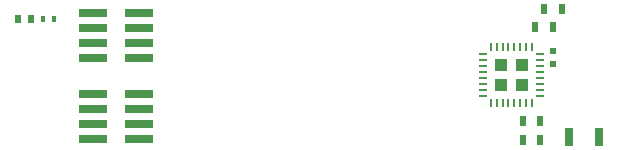
<source format=gbr>
G04 #@! TF.GenerationSoftware,KiCad,Pcbnew,5.0.1*
G04 #@! TF.CreationDate,2018-12-04T10:53:53+13:00*
G04 #@! TF.ProjectId,jake_small,6A616B655F736D616C6C2E6B69636164,rev?*
G04 #@! TF.SameCoordinates,Original*
G04 #@! TF.FileFunction,Paste,Top*
G04 #@! TF.FilePolarity,Positive*
%FSLAX46Y46*%
G04 Gerber Fmt 4.6, Leading zero omitted, Abs format (unit mm)*
G04 Created by KiCad (PCBNEW 5.0.1) date Tue 04 Dec 2018 10:53:53 NZDT*
%MOMM*%
%LPD*%
G01*
G04 APERTURE LIST*
%ADD10R,2.400000X0.740000*%
%ADD11R,0.500000X0.900000*%
%ADD12R,0.500000X0.600000*%
%ADD13R,1.035000X1.035000*%
%ADD14R,0.250000X0.700000*%
%ADD15R,0.700000X0.250000*%
%ADD16R,0.800000X1.600000*%
%ADD17R,0.600000X0.700000*%
%ADD18R,0.400000X0.600000*%
G04 APERTURE END LIST*
D10*
G04 #@! TO.C,J2*
X132950000Y-52405000D03*
X129050000Y-52405000D03*
X132950000Y-51135000D03*
X129050000Y-51135000D03*
X132950000Y-49865000D03*
X129050000Y-49865000D03*
X132950000Y-48595000D03*
X129050000Y-48595000D03*
G04 #@! TD*
G04 #@! TO.C,J1*
X129050000Y-41745000D03*
X132950000Y-41745000D03*
X129050000Y-43015000D03*
X132950000Y-43015000D03*
X129050000Y-44285000D03*
X132950000Y-44285000D03*
X129050000Y-45555000D03*
X132950000Y-45555000D03*
G04 #@! TD*
D11*
G04 #@! TO.C,R8*
X165450000Y-52500000D03*
X166950000Y-52500000D03*
G04 #@! TD*
G04 #@! TO.C,R6*
X166950000Y-50900000D03*
X165450000Y-50900000D03*
G04 #@! TD*
D12*
G04 #@! TO.C,C1*
X168000000Y-44975000D03*
X168000000Y-46075000D03*
G04 #@! TD*
D13*
G04 #@! TO.C,U1*
X163637500Y-46137500D03*
X163637500Y-47862500D03*
X165362500Y-46137500D03*
X165362500Y-47862500D03*
D14*
X162750000Y-44600000D03*
X163250000Y-44600000D03*
X163750000Y-44600000D03*
X164250000Y-44600000D03*
X164750000Y-44600000D03*
X165250000Y-44600000D03*
X165750000Y-44600000D03*
X166250000Y-44600000D03*
D15*
X166900000Y-45250000D03*
X166900000Y-45750000D03*
X166900000Y-46250000D03*
X166900000Y-46750000D03*
X166900000Y-47250000D03*
X166900000Y-47750000D03*
X166900000Y-48250000D03*
X166900000Y-48750000D03*
D14*
X166250000Y-49400000D03*
X165750000Y-49400000D03*
X165250000Y-49400000D03*
X164750000Y-49400000D03*
X164250000Y-49400000D03*
X163750000Y-49400000D03*
X163250000Y-49400000D03*
X162750000Y-49400000D03*
D15*
X162100000Y-48750000D03*
X162100000Y-48250000D03*
X162100000Y-47750000D03*
X162100000Y-47250000D03*
X162100000Y-46750000D03*
X162100000Y-46250000D03*
X162100000Y-45750000D03*
X162100000Y-45250000D03*
G04 #@! TD*
D11*
G04 #@! TO.C,R7*
X166500000Y-42900000D03*
X168000000Y-42900000D03*
G04 #@! TD*
G04 #@! TO.C,R5*
X167250000Y-41400000D03*
X168750000Y-41400000D03*
G04 #@! TD*
D16*
G04 #@! TO.C,J3*
X169400000Y-52250000D03*
G04 #@! TD*
D17*
G04 #@! TO.C,D5*
X122750000Y-42250000D03*
X123850000Y-42250000D03*
G04 #@! TD*
D16*
G04 #@! TO.C,J4*
X171900000Y-52250000D03*
G04 #@! TD*
D18*
G04 #@! TO.C,R1*
X125750000Y-42250000D03*
X124850000Y-42250000D03*
G04 #@! TD*
M02*

</source>
